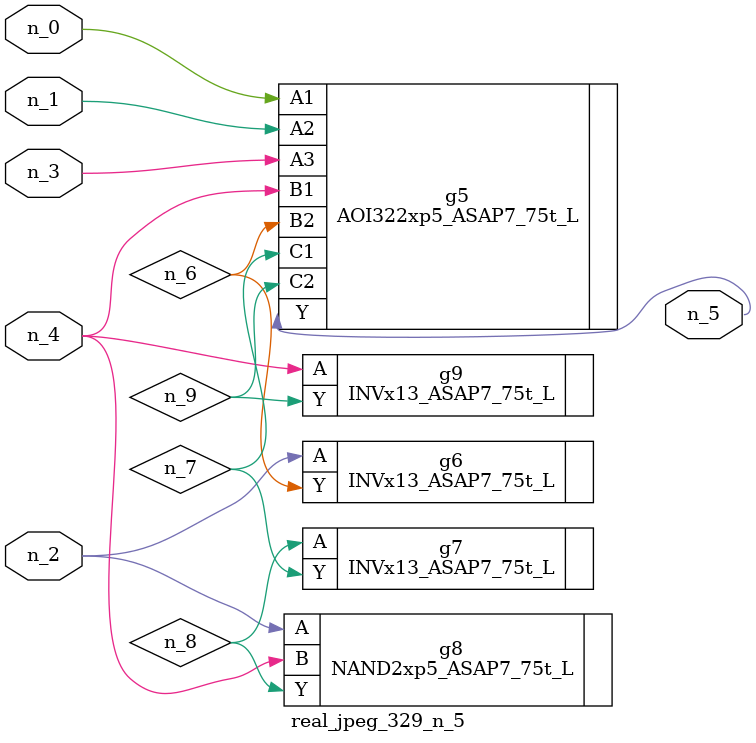
<source format=v>
module real_jpeg_329_n_5 (n_4, n_0, n_1, n_2, n_3, n_5);

input n_4;
input n_0;
input n_1;
input n_2;
input n_3;

output n_5;

wire n_8;
wire n_6;
wire n_7;
wire n_9;

AOI322xp5_ASAP7_75t_L g5 ( 
.A1(n_0),
.A2(n_1),
.A3(n_3),
.B1(n_4),
.B2(n_6),
.C1(n_7),
.C2(n_9),
.Y(n_5)
);

INVx13_ASAP7_75t_L g6 ( 
.A(n_2),
.Y(n_6)
);

NAND2xp5_ASAP7_75t_L g8 ( 
.A(n_2),
.B(n_4),
.Y(n_8)
);

INVx13_ASAP7_75t_L g9 ( 
.A(n_4),
.Y(n_9)
);

INVx13_ASAP7_75t_L g7 ( 
.A(n_8),
.Y(n_7)
);


endmodule
</source>
